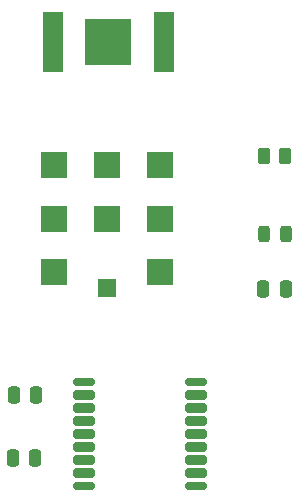
<source format=gbr>
%TF.GenerationSoftware,KiCad,Pcbnew,7.0.7*%
%TF.CreationDate,2023-11-29T00:44:13-05:00*%
%TF.ProjectId,GPS,4750532e-6b69-4636-9164-5f7063625858,rev?*%
%TF.SameCoordinates,Original*%
%TF.FileFunction,Paste,Top*%
%TF.FilePolarity,Positive*%
%FSLAX46Y46*%
G04 Gerber Fmt 4.6, Leading zero omitted, Abs format (unit mm)*
G04 Created by KiCad (PCBNEW 7.0.7) date 2023-11-29 00:44:13*
%MOMM*%
%LPD*%
G01*
G04 APERTURE LIST*
G04 Aperture macros list*
%AMRoundRect*
0 Rectangle with rounded corners*
0 $1 Rounding radius*
0 $2 $3 $4 $5 $6 $7 $8 $9 X,Y pos of 4 corners*
0 Add a 4 corners polygon primitive as box body*
4,1,4,$2,$3,$4,$5,$6,$7,$8,$9,$2,$3,0*
0 Add four circle primitives for the rounded corners*
1,1,$1+$1,$2,$3*
1,1,$1+$1,$4,$5*
1,1,$1+$1,$6,$7*
1,1,$1+$1,$8,$9*
0 Add four rect primitives between the rounded corners*
20,1,$1+$1,$2,$3,$4,$5,0*
20,1,$1+$1,$4,$5,$6,$7,0*
20,1,$1+$1,$6,$7,$8,$9,0*
20,1,$1+$1,$8,$9,$2,$3,0*%
G04 Aperture macros list end*
%ADD10RoundRect,0.175000X-0.725000X-0.175000X0.725000X-0.175000X0.725000X0.175000X-0.725000X0.175000X0*%
%ADD11RoundRect,0.200000X-0.700000X-0.200000X0.700000X-0.200000X0.700000X0.200000X-0.700000X0.200000X0*%
%ADD12RoundRect,0.250000X-0.250000X-0.475000X0.250000X-0.475000X0.250000X0.475000X-0.250000X0.475000X0*%
%ADD13R,1.500000X1.500000*%
%ADD14R,2.300000X2.300000*%
%ADD15RoundRect,0.243750X-0.243750X-0.456250X0.243750X-0.456250X0.243750X0.456250X-0.243750X0.456250X0*%
%ADD16R,1.780000X5.080000*%
%ADD17R,3.960000X3.960000*%
%ADD18RoundRect,0.250000X-0.262500X-0.450000X0.262500X-0.450000X0.262500X0.450000X-0.262500X0.450000X0*%
G04 APERTURE END LIST*
D10*
%TO.C,U1*%
X141950000Y-85800000D03*
D11*
X141950000Y-86900000D03*
X141950000Y-88000000D03*
X141950000Y-89100000D03*
X141950000Y-90200000D03*
X141950000Y-91300000D03*
X141950000Y-92400000D03*
X141950000Y-93500000D03*
D10*
X141950000Y-94600000D03*
X151450000Y-94600000D03*
D11*
X151450000Y-93500000D03*
X151450000Y-92400000D03*
X151450000Y-91300000D03*
X151450000Y-90200000D03*
X151450000Y-89100000D03*
X151450000Y-88000000D03*
X151450000Y-86900000D03*
D10*
X151450000Y-85800000D03*
%TD*%
D12*
%TO.C,C1*%
X135950000Y-92200000D03*
X137850000Y-92200000D03*
%TD*%
%TO.C,C3*%
X157150000Y-77900000D03*
X159050000Y-77900000D03*
%TD*%
D13*
%TO.C,ANT1*%
X143900000Y-77865000D03*
D14*
X139400000Y-76465000D03*
X148400000Y-76465000D03*
X139400000Y-71965000D03*
X143900000Y-71965000D03*
X148400000Y-71965000D03*
X139400000Y-67465000D03*
X143900000Y-67465000D03*
X148400000Y-67465000D03*
%TD*%
D15*
%TO.C,D2*%
X157162500Y-73300000D03*
X159037500Y-73300000D03*
%TD*%
D16*
%TO.C,BT1*%
X139300000Y-57000000D03*
X148700000Y-57000000D03*
D17*
X144000000Y-57000000D03*
%TD*%
D18*
%TO.C,R1*%
X157187500Y-66700000D03*
X159012500Y-66700000D03*
%TD*%
D12*
%TO.C,C2*%
X136000000Y-86900000D03*
X137900000Y-86900000D03*
%TD*%
M02*

</source>
